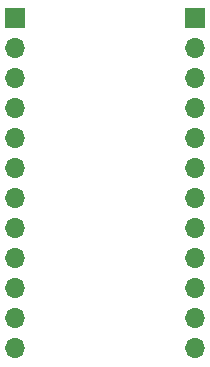
<source format=gbr>
%TF.GenerationSoftware,KiCad,Pcbnew,5.1.10-88a1d61d58~90~ubuntu20.04.1*%
%TF.CreationDate,2021-07-31T22:23:30+02:00*%
%TF.ProjectId,dwm_nano_shield,64776d5f-6e61-46e6-9f5f-736869656c64,rev?*%
%TF.SameCoordinates,Original*%
%TF.FileFunction,Soldermask,Bot*%
%TF.FilePolarity,Negative*%
%FSLAX46Y46*%
G04 Gerber Fmt 4.6, Leading zero omitted, Abs format (unit mm)*
G04 Created by KiCad (PCBNEW 5.1.10-88a1d61d58~90~ubuntu20.04.1) date 2021-07-31 22:23:30*
%MOMM*%
%LPD*%
G01*
G04 APERTURE LIST*
%ADD10O,1.700000X1.700000*%
%ADD11R,1.700000X1.700000*%
G04 APERTURE END LIST*
D10*
%TO.C,P2*%
X154686000Y-106807000D03*
X154686000Y-104267000D03*
X154686000Y-101727000D03*
X154686000Y-99187000D03*
X154686000Y-96647000D03*
X154686000Y-94107000D03*
X154686000Y-91567000D03*
X154686000Y-89027000D03*
X154686000Y-86487000D03*
X154686000Y-83947000D03*
X154686000Y-81407000D03*
D11*
X154686000Y-78867000D03*
%TD*%
D10*
%TO.C,P1*%
X139446000Y-106807000D03*
X139446000Y-104267000D03*
X139446000Y-101727000D03*
X139446000Y-99187000D03*
X139446000Y-96647000D03*
X139446000Y-94107000D03*
X139446000Y-91567000D03*
X139446000Y-89027000D03*
X139446000Y-86487000D03*
X139446000Y-83947000D03*
X139446000Y-81407000D03*
D11*
X139446000Y-78867000D03*
%TD*%
M02*

</source>
